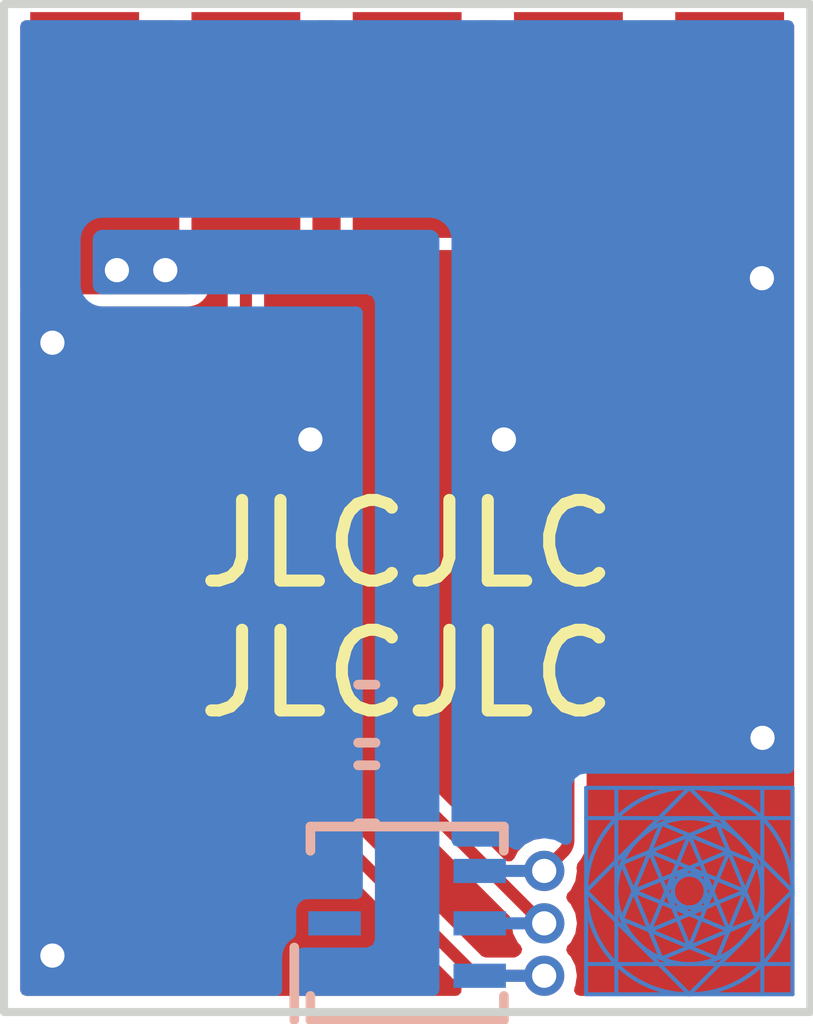
<source format=kicad_pcb>
(kicad_pcb (version 20211014) (generator pcbnew)
  (layers (0 "F.Cu" mixed) (31 "B.Cu" mixed) (34 "B.Paste" user) (35 "F.Paste" user) (36 "B.SilkS" user "B.Silkscreen") (37 "F.SilkS" user "F.Silkscreen") (38 "B.Mask" user) (39 "F.Mask" user) (44 "Edge.Cuts" user))
  (net 0 "")
  (net 1 "OPT_VCC_")
  (net 2 "OPT_GND_")
  (net 3 "OPT_SCL_")
  (net 4 "OPT_SDA_")
  (net 5 "OPT_INT_")
  (footprint "Connector_Edge_futababase:opt_ph" (layer "F.Cu") (at 1 1.5)
    (fp_text reference "J2" hide)
    (fp_text value "Conn_01x05" hide)
    (pad "1" smd rect (at 0 0) (size 1.35 2.8) (layers "F.Cu" "F.Mask") (net 1 "OPT_VCC_"))
    (pad "2" smd rect (at 2 0) (size 1.35 2.8) (layers "F.Cu" "F.Mask") (net 4 "OPT_SDA_"))
    (pad "3" smd rect (at 4 0) (size 1.35 2.8) (layers "F.Cu" "F.Mask") (net 5 "OPT_INT_"))
    (pad "4" smd rect (at 6 0) (size 1.35 2.8) (layers "F.Cu" "F.Mask") (net 3 "OPT_SCL_"))
    (pad "5" smd rect (at 8 0) (size 1.35 2.8) (layers "F.Cu" "F.Mask") (net 2 "OPT_GND_"))
  )
  (footprint "Capacitor_SMD:C_0402_1005Metric" (layer "B.Cu") (at 4.5 8.8 180)
    (fp_text reference "C22" hide)
    (fp_text value "4u7F" hide)
    (fp_line (start -0.107836 0.36) (end 0.107836 0.36) (layer "B.SilkS") (width 0.12))
    (fp_line (start -0.107836 -0.36) (end 0.107836 -0.36) (layer "B.SilkS") (width 0.12))
    (pad "1" smd roundrect (at -0.48 0 180) (size 0.56 0.62) (layers "B.Cu" "B.Paste" "B.Mask") (net 1 "OPT_VCC_"))
    (pad "2" smd roundrect (at 0.48 0 180) (size 0.56 0.62) (layers "B.Cu" "B.Paste" "B.Mask") (net 2 "OPT_GND_"))
  )
  (footprint "Stanlazys:LTR-308ALS" (layer "B.Cu") (at 5 11.4 90)
    (fp_text reference "U3" hide)
    (fp_text value "LTR-308ALS" hide)
    (fp_line (start 1.2 -1.2) (end 1.2 1.2) (layer "B.SilkS") (width 0.12))
    (fp_line (start -1.2 -1.2) (end -0.9 -1.2) (layer "B.SilkS") (width 0.12))
    (fp_line (start -1.2 1.2) (end -1.2 -1.2) (layer "B.SilkS") (width 0.12))
    (fp_line (start -1.2 -1.4) (end -0.3 -1.4) (layer "B.SilkS") (width 0.12))
    (fp_line (start 1.2 1.2) (end 0.9 1.2) (layer "B.SilkS") (width 0.12))
    (fp_line (start -0.9 1.2) (end -1.2 1.2) (layer "B.SilkS") (width 0.12))
    (fp_line (start 0.9 -1.2) (end 1.2 -1.2) (layer "B.SilkS") (width 0.12))
    (pad "1" smd rect (at -0.65 -0.9 90) (size 0.3 0.65) (layers "B.Cu" "B.Paste" "B.Mask") (net 1 "OPT_VCC_"))
    (pad "2" smd rect (at 0 -0.9 90) (size 0.3 0.65) (layers "B.Cu" "B.Paste" "B.Mask"))
    (pad "3" smd rect (at 0.65 -0.9 90) (size 0.3 0.65) (layers "B.Cu" "B.Paste" "B.Mask") (net 2 "OPT_GND_"))
    (pad "4" smd rect (at 0.65 0.9 90) (size 0.3 0.65) (layers "B.Cu" "B.Paste" "B.Mask") (net 3 "OPT_SCL_"))
    (pad "5" smd rect (at 0 0.9 90) (size 0.3 0.65) (layers "B.Cu" "B.Paste" "B.Mask") (net 5 "OPT_INT_"))
    (pad "6" smd rect (at -0.65 0.9 90) (size 0.3 0.65) (layers "B.Cu" "B.Paste" "B.Mask") (net 4 "OPT_SDA_"))
  )
  (footprint "Stanlazys:stanlazy_2.5mm_copper" (layer "B.Cu") (at 8.5 11 180)
    (fp_text reference "REF**" hide)
    (fp_text value "stanlazy_2.5mm_copper" hide)
    (fp_line (start 0 1.279999) (end 1.28 0) (layer "B.Cu") (width 0.05))
    (fp_line (start 0 0.692731) (end 0.489834 -0.489835) (layer "B.Cu") (width 0.05))
    (fp_line (start 0.692731 0) (end -0.489835 -0.489835) (layer "B.Cu") (width 0.05))
    (fp_line (start -1.28 0.905096) (end -0.905097 0.905096) (layer "B.Cu") (width 0.05))
    (fp_line (start 0.346365 0.8362) (end 0.8362 -0.346366) (layer "B.Cu") (width 0.05))
    (fp_line (start -0.489835 0.489834) (end 0 -0.692732) (layer "B.Cu") (width 0.05))
    (fp_line (start 0.905096 0.905096) (end 0.905096 -0.905097) (layer "B.Cu") (width 0.05))
    (fp_line (start 0.346365 -0.836201) (end -0.836201 -0.346366) (layer "B.Cu") (width 0.05))
    (fp_line (start -0.346366 -0.836201) (end -0.836201 0.346365) (layer "B.Cu") (width 0.05))
    (fp_line (start 0.8362 0.346365) (end 0.346365 -0.836201) (layer "B.Cu") (width 0.05))
    (fp_line (start -0.692732 0) (end 0.489834 0.489834) (layer "B.Cu") (width 0.05))
    (fp_line (start -0.346366 0.8362) (end 0.8362 0.346365) (layer "B.Cu") (width 0.05))
    (fp_line (start 1.28 0) (end -0.000001 -1.28) (layer "B.Cu") (width 0.05))
    (fp_line (start 0.489834 -0.489835) (end -0.692732 0) (layer "B.Cu") (width 0.05))
    (fp_line (start -1.28 -1.28) (end -1.28 1.28) (layer "B.Cu") (width 0.05))
    (fp_line (start -0.000001 -1.28) (end -1.280001 0) (layer "B.Cu") (width 0.05))
    (fp_line (start 0.489834 0.489834) (end 0 -0.692732) (layer "B.Cu") (width 0.05))
    (fp_line (start -0.905097 -0.905097) (end -0.905097 0.905096) (layer "B.Cu") (width 0.05))
    (fp_line (start -0.202897 0.202896) (end 0.202896 0.202896) (layer "B.Cu") (width 0.05))
    (fp_line (start -0.836201 -0.346366) (end -0.346366 0.8362) (layer "B.Cu") (width 0.05))
    (fp_line (start 0.202896 0.202896) (end 0.202896 -0.202897) (layer "B.Cu") (width 0.05))
    (fp_line (start -0.489835 -0.489835) (end 0 0.692731) (layer "B.Cu") (width 0.05))
    (fp_line (start -0.202897 -0.202897) (end -0.202897 0.202896) (layer "B.Cu") (width 0.05))
    (fp_line (start 0.286938 -0.000001) (end -0.000001 -0.286939) (layer "B.Cu") (width 0.05))
    (fp_line (start 1.28 -0.905097) (end 0.905096 -0.905097) (layer "B.Cu") (width 0.05))
    (fp_line (start 0.905096 -1.28) (end 0.905096 -0.905097) (layer "B.Cu") (width 0.05))
    (fp_line (start -0.000001 -0.286939) (end -0.286939 0) (layer "B.Cu") (width 0.05))
    (fp_line (start 0.905096 -0.905097) (end -0.905097 -0.905097) (layer "B.Cu") (width 0.05))
    (fp_line (start -0.489835 0.489834) (end 0.692731 0) (layer "B.Cu") (width 0.05))
    (fp_line (start 1.28 -1.28) (end -1.28 -1.28) (layer "B.Cu") (width 0.05))
    (fp_line (start -0.286939 0) (end -0.000001 0.286938) (layer "B.Cu") (width 0.05))
    (fp_line (start -1.280001 0) (end 0 1.279999) (layer "B.Cu") (width 0.05))
    (fp_line (start 1.28 0.905096) (end 0.905096 0.905096) (layer "B.Cu") (width 0.05))
    (fp_line (start -0.836201 0.346365) (end 0.346365 0.8362) (layer "B.Cu") (width 0.05))
    (fp_line (start -0.905097 0.905096) (end 0.905096 0.905096) (layer "B.Cu") (width 0.05))
    (fp_line (start -0.905097 -1.28) (end -0.905097 -0.905097) (layer "B.Cu") (width 0.05))
    (fp_line (start -1.28 -0.905097) (end -0.905097 -0.905097) (layer "B.Cu") (width 0.05))
    (fp_line (start 0.202896 -0.202897) (end -0.202897 -0.202897) (layer "B.Cu") (width 0.05))
    (fp_line (start -0.905097 1.28) (end -0.905097 0.905096) (layer "B.Cu") (width 0.05))
    (fp_line (start -1.28 1.28) (end 1.28 1.28) (layer "B.Cu") (width 0.05))
    (fp_line (start 0.8362 -0.346366) (end -0.346366 -0.836201) (layer "B.Cu") (width 0.05))
    (fp_line (start 0.905096 0.905096) (end 0.905096 1.28) (layer "B.Cu") (width 0.05))
    (fp_line (start -0.000001 0.286938) (end 0.286938 -0.000001) (layer "B.Cu") (width 0.05))
    (fp_line (start 1.28 1.28) (end 1.28 -1.28) (layer "B.Cu") (width 0.05))
    (fp_curve (pts (xy 0 1.28) (xy 0.706924 1.28) (xy 1.28 0.706924) (xy 1.28 0)) (layer "B.Cu") (width 0.05))
    (fp_curve (pts (xy -0.000001 -0.202897) (xy -0.112057 -0.202897) (xy -0.202897 -0.112057) (xy -0.202897 -0.000001)) (layer "B.Cu") (width 0.05))
    (fp_curve (pts (xy 0.202896 -0.000001) (xy 0.202896 -0.112057) (xy 0.112056 -0.202897) (xy -0.000001 -0.202897)) (layer "B.Cu") (width 0.05))
    (fp_curve (pts (xy -0.000001 0.202896) (xy 0.112056 0.202896) (xy 0.202896 0.112056) (xy 0.202896 -0.000001)) (layer "B.Cu") (width 0.05))
    (fp_curve (pts (xy 0.64 0.64) (xy 0.993462 0.286537) (xy 0.993462 -0.286538) (xy 0.64 -0.64)) (layer "B.Cu") (width 0.05))
    (fp_curve (pts (xy -1.28 0) (xy -1.28 0.706924) (xy -0.706925 1.28) (xy 0 1.28)) (layer "B.Cu") (width 0.05))
    (fp_curve (pts (xy -0.64 -0.64) (xy -0.993463 -0.286538) (xy -0.993463 0.286537) (xy -0.64 0.64)) (layer "B.Cu") (width 0.05))
    (fp_curve (pts (xy -0.64 0.64) (xy -0.286538 0.993462) (xy 0.286537 0.993462) (xy 0.64 0.64)) (layer "B.Cu") (width 0.05))
    (fp_curve (pts (xy -0.202897 -0.000001) (xy -0.202897 0.112056) (xy -0.112057 0.202896) (xy -0.000001 0.202896)) (layer "B.Cu") (width 0.05))
    (fp_curve (pts (xy 0.64 -0.64) (xy 0.286537 -0.993463) (xy -0.286538 -0.993463) (xy -0.64 -0.64)) (layer "B.Cu") (width 0.05))
    (fp_curve (pts (xy 0 -1.28) (xy -0.706925 -1.28) (xy -1.28 -0.706925) (xy -1.28 0)) (layer "B.Cu") (width 0.05))
    (fp_curve (pts (xy 1.28 0) (xy 1.28 -0.706925) (xy 0.706924 -1.28) (xy 0 -1.28)) (layer "B.Cu") (width 0.05))
  )
  (footprint "Capacitor_SMD:C_0402_1005Metric" (layer "B.Cu") (at 4.5 9.8 180)
    (fp_text reference "C23" hide)
    (fp_text value "100nF" hide)
    (fp_line (start -0.107836 -0.36) (end 0.107836 -0.36) (layer "B.SilkS") (width 0.12))
    (fp_line (start -0.107836 0.36) (end 0.107836 0.36) (layer "B.SilkS") (width 0.12))
    (pad "1" smd roundrect (at -0.48 0 180) (size 0.56 0.62) (layers "B.Cu" "B.Paste" "B.Mask") (net 1 "OPT_VCC_"))
    (pad "2" smd roundrect (at 0.48 0 180) (size 0.56 0.62) (layers "B.Cu" "B.Paste" "B.Mask") (net 2 "OPT_GND_"))
  )
  (gr_rect (start 0 12.5) (end 10 0) (layer "Edge.Cuts") (width 0.1) (fill none))
  (gr_text "JLCJLC\nJLCJLC" (at 5 7.5) (layer "F.SilkS") (effects (font (size 1 1))))
  (via (at 1.4 3.3) (size 0.5) (drill 0.3) (layers "F.Cu" "B.Cu") (net 1))
  (via (at 2 3.3) (size 0.5) (drill 0.3) (layers "F.Cu" "B.Cu") (net 1))
  (via (at 0.6 4.2) (size 0.5) (drill 0.3) (layers "F.Cu" "B.Cu") (net 2))
  (via (at 3.8 5.4) (size 0.5) (drill 0.3) (layers "F.Cu" "B.Cu") (net 2))
  (via (at 9.4 3.4) (size 0.5) (drill 0.3) (layers "F.Cu" "B.Cu") (net 2))
  (via (at 6.2 5.4) (size 0.5) (drill 0.3) (layers "F.Cu" "B.Cu") (net 2))
  (via (at 9.407834 9.1) (size 0.5) (drill 0.3) (layers "F.Cu" "B.Cu") (net 2))
  (via (at 0.6 11.8) (size 0.5) (drill 0.3) (layers "F.Cu" "B.Cu") (net 2))
  (segment (start 6.700497 10.75) (end 6.941422 10.509075) (width 0.15) (layer "F.Cu") (net 3))
  (segment (start 6.7 10.75) (end 6.700497 10.75) (width 0.15) (layer "F.Cu") (net 3))
  (segment (start 7 1.5) (end 7 10.367654) (width 0.15) (layer "F.Cu") (net 3))
  (via (at 6.7 10.75) (size 0.5) (drill 0.3) (layers "F.Cu" "B.Cu") (net 3))
  (arc (start 6.941422 10.509075) (mid 6.984776 10.44419) (end 7 10.367654) (width 0.15) (layer "F.Cu") (net 3))
  (segment (start 5.9 10.75) (end 6.7 10.75) (width 0.15) (layer "B.Cu") (net 3))
  (segment (start 5.932843 12.05) (end 6.699503 12.05) (width 0.15) (layer "F.Cu") (net 4))
  (segment (start 3.058579 9.258579) (end 5.791422 11.991422) (width 0.15) (layer "F.Cu") (net 4))
  (segment (start 3 1.5) (end 3 9.117157) (width 0.15) (layer "F.Cu") (net 4))
  (via (at 6.699503 12.05) (size 0.5) (drill 0.3) (layers "F.Cu" "B.Cu") (net 4))
  (arc (start 3.058579 9.258579) (mid 3.015224 9.193694) (end 3 9.117157) (width 0.15) (layer "F.Cu") (net 4))
  (arc (start 5.932843 12.05) (mid 5.856307 12.034776) (end 5.791422 11.991422) (width 0.15) (layer "F.Cu") (net 4))
  (segment (start 5.9 12.05) (end 6.699503 12.05) (width 0.15) (layer "B.Cu") (net 4))
  (segment (start 5.058579 9.780137) (end 6.678442 11.4) (width 0.15) (layer "F.Cu") (net 5))
  (segment (start 5 1.5) (end 5 9.638715) (width 0.15) (layer "F.Cu") (net 5))
  (segment (start 6.678442 11.4) (end 6.7 11.4) (width 0.15) (layer "F.Cu") (net 5))
  (via (at 6.7 11.4) (size 0.5) (drill 0.3) (layers "F.Cu" "B.Cu") (net 5))
  (arc (start 5.058579 9.780137) (mid 5.015224 9.715252) (end 5 9.638715) (width 0.15) (layer "F.Cu") (net 5))
  (segment (start 5.9 11.4) (end 6.7 11.4) (width 0.15) (layer "B.Cu") (net 5))
  (zone (net 1) (net_name "OPT_VCC_") (layer "F.Cu") (priority 1) (connect_pads thru_hole_only (clearance 0.15)) (min_thickness 0.15) (fill yes (thermal_gap 0.2) (thermal_bridge_width 1) (smoothing fillet) (radius 0.1))
    (polygon (pts (xy 2.4 3.6) (xy 0 3.6) (xy 0 0) (xy 2.4 0)))
  )
  (zone (net 2) (net_name "OPT_GND_") (layers F&B.Cu) (connect_pads thru_hole_only (clearance 0.15)) (min_thickness 0.15) (fill yes (thermal_gap 0.2) (thermal_bridge_width 1) (smoothing fillet) (radius 0.1))
    (polygon (pts (xy 10 12.5) (xy 0 12.5) (xy 0 0) (xy 10 0)))
  )
  (zone (net 1) (net_name "OPT_VCC_") (layer "B.Cu") (priority 1) (connect_pads thru_hole_only (clearance 0.15)) (min_thickness 0.15) (fill yes (thermal_gap 0.2) (thermal_bridge_width 1) (smoothing fillet) (radius 0.1))
    (polygon (pts (xy 5.4 12.5) (xy 3.6 12.5) (xy 3.6 11.7) (xy 4.6 11.7) (xy 4.6 3.6) (xy 1.7 3.6) (xy 1.1 3.6) (xy 1.1 2.8) (xy 5.4 2.8)))
  )
)
</source>
